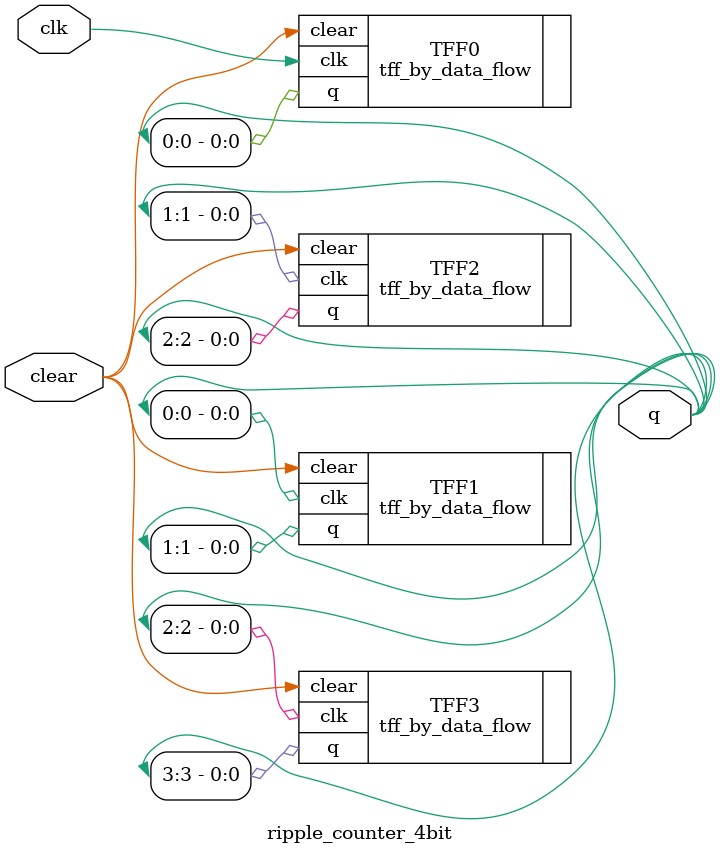
<source format=v>
module ripple_counter_4bit (
    input           clk,
    input           clear,
    output [3:0]    q
);

tff_by_data_flow TFF0(
    .clk(clk),
    .clear(clear),
    .q(q[0])
);

tff_by_data_flow TFF1(
    .clk(q[0]),
    .clear(clear),
    .q(q[1])
);

tff_by_data_flow TFF2(
    .clk(q[1]),
    .clear(clear),
    .q(q[2])
);

tff_by_data_flow TFF3(
    .clk(q[2]),
    .clear(clear),
    .q(q[3])
);
    
endmodule
</source>
